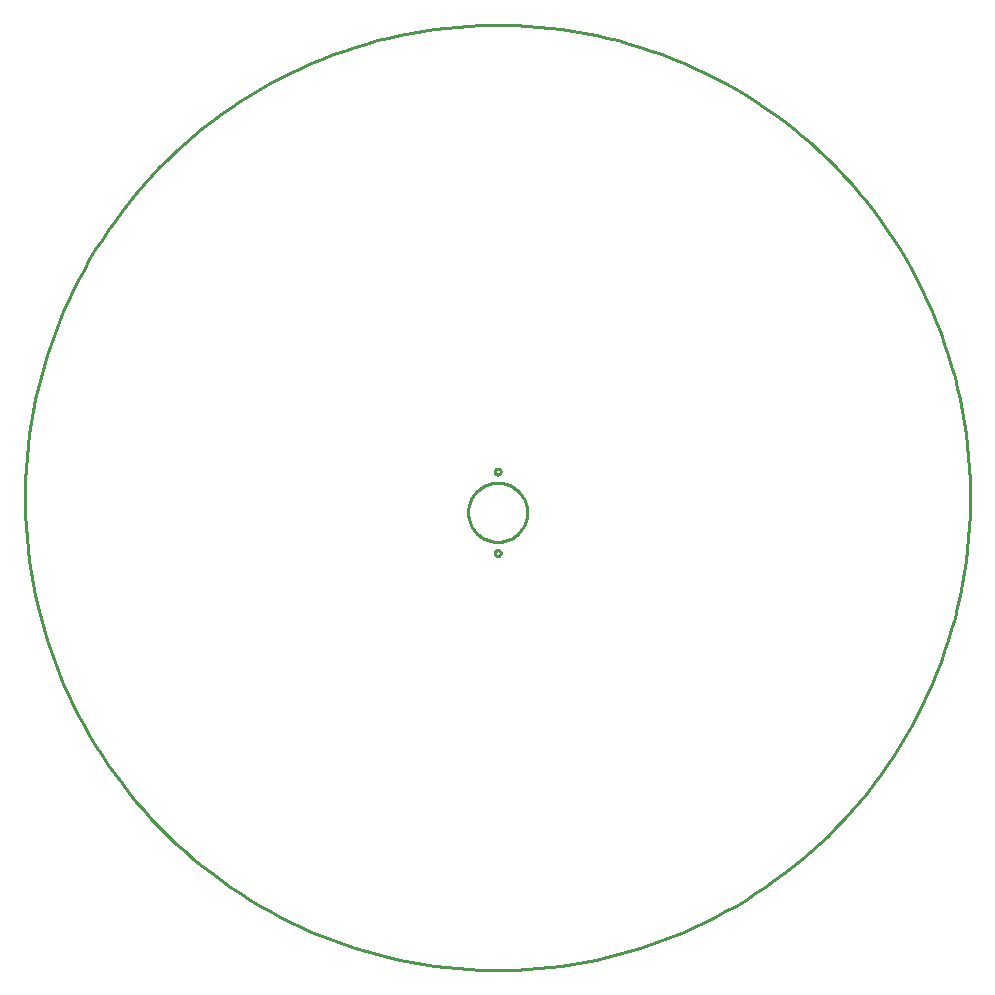
<source format=gbr>
G04 EAGLE Gerber RS-274X export*
G75*
%MOMM*%
%FSLAX34Y34*%
%LPD*%
%IN*%
%IPPOS*%
%AMOC8*
5,1,8,0,0,1.08239X$1,22.5*%
G01*
%ADD10C,0.254000*%


D10*
X400000Y7791D02*
X400000Y17609D01*
X399759Y27424D01*
X399277Y37230D01*
X398555Y47022D01*
X397593Y56792D01*
X396391Y66536D01*
X394950Y76248D01*
X393272Y85921D01*
X391356Y95551D01*
X389205Y105130D01*
X386820Y114654D01*
X384201Y124116D01*
X381351Y133511D01*
X378271Y142834D01*
X374964Y152078D01*
X371430Y161238D01*
X367673Y170309D01*
X363695Y179284D01*
X359497Y188160D01*
X355083Y196929D01*
X350454Y205588D01*
X345615Y214131D01*
X340568Y222552D01*
X335315Y230846D01*
X329861Y239010D01*
X324207Y247037D01*
X318359Y254923D01*
X312318Y262663D01*
X306090Y270252D01*
X299677Y277686D01*
X293084Y284961D01*
X286314Y292072D01*
X279372Y299014D01*
X272261Y305784D01*
X264986Y312377D01*
X257552Y318790D01*
X249963Y325018D01*
X242223Y331059D01*
X234337Y336907D01*
X226310Y342561D01*
X218146Y348015D01*
X209852Y353268D01*
X201431Y358315D01*
X192888Y363154D01*
X184229Y367783D01*
X175460Y372197D01*
X166584Y376395D01*
X157609Y380373D01*
X148538Y384130D01*
X139378Y387664D01*
X130134Y390971D01*
X120811Y394051D01*
X111416Y396901D01*
X101954Y399520D01*
X92430Y401905D01*
X82851Y404056D01*
X73221Y405972D01*
X63548Y407650D01*
X53836Y409091D01*
X44092Y410293D01*
X34322Y411255D01*
X24530Y411977D01*
X14724Y412459D01*
X4909Y412700D01*
X-4909Y412700D01*
X-14724Y412459D01*
X-24530Y411977D01*
X-34322Y411255D01*
X-44092Y410293D01*
X-53836Y409091D01*
X-63548Y407650D01*
X-73221Y405972D01*
X-82851Y404056D01*
X-92430Y401905D01*
X-101954Y399520D01*
X-111416Y396901D01*
X-120811Y394051D01*
X-130134Y390971D01*
X-139378Y387664D01*
X-148538Y384130D01*
X-157609Y380373D01*
X-166584Y376395D01*
X-175460Y372197D01*
X-184229Y367783D01*
X-192888Y363154D01*
X-201431Y358315D01*
X-209852Y353268D01*
X-218146Y348015D01*
X-226310Y342561D01*
X-234337Y336907D01*
X-242223Y331059D01*
X-249963Y325018D01*
X-257552Y318790D01*
X-264986Y312377D01*
X-272261Y305784D01*
X-279372Y299014D01*
X-286314Y292072D01*
X-293084Y284961D01*
X-299677Y277686D01*
X-306090Y270252D01*
X-312318Y262663D01*
X-318359Y254923D01*
X-324207Y247037D01*
X-329861Y239010D01*
X-335315Y230846D01*
X-340568Y222552D01*
X-345615Y214131D01*
X-350454Y205588D01*
X-355083Y196929D01*
X-359497Y188160D01*
X-363695Y179284D01*
X-367673Y170309D01*
X-371430Y161238D01*
X-374964Y152078D01*
X-378271Y142834D01*
X-381351Y133511D01*
X-384201Y124116D01*
X-386820Y114654D01*
X-389205Y105130D01*
X-391356Y95551D01*
X-393272Y85921D01*
X-394950Y76248D01*
X-396391Y66536D01*
X-397593Y56792D01*
X-398555Y47022D01*
X-399277Y37230D01*
X-399759Y27424D01*
X-400000Y17609D01*
X-400000Y7791D01*
X-399759Y-2024D01*
X-399277Y-11830D01*
X-398555Y-21622D01*
X-397593Y-31392D01*
X-396391Y-41136D01*
X-394950Y-50848D01*
X-393272Y-60521D01*
X-391356Y-70151D01*
X-389205Y-79730D01*
X-386820Y-89254D01*
X-384201Y-98716D01*
X-381351Y-108111D01*
X-378271Y-117434D01*
X-374964Y-126678D01*
X-371430Y-135838D01*
X-367673Y-144909D01*
X-363695Y-153884D01*
X-359497Y-162760D01*
X-355083Y-171529D01*
X-350454Y-180188D01*
X-345615Y-188731D01*
X-340568Y-197152D01*
X-335315Y-205446D01*
X-329861Y-213610D01*
X-324207Y-221637D01*
X-318359Y-229523D01*
X-312318Y-237263D01*
X-306090Y-244852D01*
X-299677Y-252286D01*
X-293084Y-259561D01*
X-286314Y-266672D01*
X-279372Y-273614D01*
X-272261Y-280384D01*
X-264986Y-286977D01*
X-257552Y-293390D01*
X-249963Y-299618D01*
X-242223Y-305659D01*
X-234337Y-311507D01*
X-226310Y-317161D01*
X-218146Y-322615D01*
X-209852Y-327868D01*
X-201431Y-332915D01*
X-192888Y-337754D01*
X-184229Y-342383D01*
X-175460Y-346797D01*
X-166584Y-350995D01*
X-157609Y-354973D01*
X-148538Y-358730D01*
X-139378Y-362264D01*
X-130134Y-365571D01*
X-120811Y-368651D01*
X-111416Y-371501D01*
X-101954Y-374120D01*
X-92430Y-376505D01*
X-82851Y-378656D01*
X-73221Y-380572D01*
X-63548Y-382250D01*
X-53836Y-383691D01*
X-44092Y-384893D01*
X-34322Y-385855D01*
X-24530Y-386577D01*
X-14724Y-387059D01*
X-4909Y-387300D01*
X4909Y-387300D01*
X14724Y-387059D01*
X24530Y-386577D01*
X34322Y-385855D01*
X44092Y-384893D01*
X53836Y-383691D01*
X63548Y-382250D01*
X73221Y-380572D01*
X82851Y-378656D01*
X92430Y-376505D01*
X101954Y-374120D01*
X111416Y-371501D01*
X120811Y-368651D01*
X130134Y-365571D01*
X139378Y-362264D01*
X148538Y-358730D01*
X157609Y-354973D01*
X166584Y-350995D01*
X175460Y-346797D01*
X184229Y-342383D01*
X192888Y-337754D01*
X201431Y-332915D01*
X209852Y-327868D01*
X218146Y-322615D01*
X226310Y-317161D01*
X234337Y-311507D01*
X242223Y-305659D01*
X249963Y-299618D01*
X257552Y-293390D01*
X264986Y-286977D01*
X272261Y-280384D01*
X279372Y-273614D01*
X286314Y-266672D01*
X293084Y-259561D01*
X299677Y-252286D01*
X306090Y-244852D01*
X312318Y-237263D01*
X318359Y-229523D01*
X324207Y-221637D01*
X329861Y-213610D01*
X335315Y-205446D01*
X340568Y-197152D01*
X345615Y-188731D01*
X350454Y-180188D01*
X355083Y-171529D01*
X359497Y-162760D01*
X363695Y-153884D01*
X367673Y-144909D01*
X371430Y-135838D01*
X374964Y-126678D01*
X378271Y-117434D01*
X381351Y-108111D01*
X384201Y-98716D01*
X386820Y-89254D01*
X389205Y-79730D01*
X391356Y-70151D01*
X393272Y-60521D01*
X394950Y-50848D01*
X396391Y-41136D01*
X397593Y-31392D01*
X398555Y-21622D01*
X399277Y-11830D01*
X399759Y-2024D01*
X400000Y7791D01*
X25000Y-701D02*
X25000Y701D01*
X24921Y2102D01*
X24764Y3496D01*
X24529Y4879D01*
X24217Y6247D01*
X23829Y7595D01*
X23365Y8919D01*
X22829Y10215D01*
X22220Y11479D01*
X21541Y12707D01*
X20795Y13895D01*
X19983Y15039D01*
X19108Y16136D01*
X18174Y17182D01*
X17182Y18174D01*
X16136Y19108D01*
X15039Y19983D01*
X13895Y20795D01*
X12707Y21541D01*
X11479Y22220D01*
X10215Y22829D01*
X8919Y23365D01*
X7595Y23829D01*
X6247Y24217D01*
X4879Y24529D01*
X3496Y24764D01*
X2102Y24921D01*
X701Y25000D01*
X-701Y25000D01*
X-2102Y24921D01*
X-3496Y24764D01*
X-4879Y24529D01*
X-6247Y24217D01*
X-7595Y23829D01*
X-8919Y23365D01*
X-10215Y22829D01*
X-11479Y22220D01*
X-12707Y21541D01*
X-13895Y20795D01*
X-15039Y19983D01*
X-16136Y19108D01*
X-17182Y18174D01*
X-18174Y17182D01*
X-19108Y16136D01*
X-19983Y15039D01*
X-20795Y13895D01*
X-21541Y12707D01*
X-22220Y11479D01*
X-22829Y10215D01*
X-23365Y8919D01*
X-23829Y7595D01*
X-24217Y6247D01*
X-24529Y4879D01*
X-24764Y3496D01*
X-24921Y2102D01*
X-25000Y701D01*
X-25000Y-701D01*
X-24921Y-2102D01*
X-24764Y-3496D01*
X-24529Y-4879D01*
X-24217Y-6247D01*
X-23829Y-7595D01*
X-23365Y-8919D01*
X-22829Y-10215D01*
X-22220Y-11479D01*
X-21541Y-12707D01*
X-20795Y-13895D01*
X-19983Y-15039D01*
X-19108Y-16136D01*
X-18174Y-17182D01*
X-17182Y-18174D01*
X-16136Y-19108D01*
X-15039Y-19983D01*
X-13895Y-20795D01*
X-12707Y-21541D01*
X-11479Y-22220D01*
X-10215Y-22829D01*
X-8919Y-23365D01*
X-7595Y-23829D01*
X-6247Y-24217D01*
X-4879Y-24529D01*
X-3496Y-24764D01*
X-2102Y-24921D01*
X-701Y-25000D01*
X701Y-25000D01*
X2102Y-24921D01*
X3496Y-24764D01*
X4879Y-24529D01*
X6247Y-24217D01*
X7595Y-23829D01*
X8919Y-23365D01*
X10215Y-22829D01*
X11479Y-22220D01*
X12707Y-21541D01*
X13895Y-20795D01*
X15039Y-19983D01*
X16136Y-19108D01*
X17182Y-18174D01*
X18174Y-17182D01*
X19108Y-16136D01*
X19983Y-15039D01*
X20795Y-13895D01*
X21541Y-12707D01*
X22220Y-11479D01*
X22829Y-10215D01*
X23365Y-8919D01*
X23829Y-7595D01*
X24217Y-6247D01*
X24529Y-4879D01*
X24764Y-3496D01*
X24921Y-2102D01*
X25000Y-701D01*
X2500Y34303D02*
X2500Y34697D01*
X2438Y35085D01*
X2317Y35460D01*
X2138Y35810D01*
X1907Y36129D01*
X1629Y36407D01*
X1310Y36638D01*
X960Y36817D01*
X585Y36938D01*
X197Y37000D01*
X-197Y37000D01*
X-585Y36938D01*
X-960Y36817D01*
X-1310Y36638D01*
X-1629Y36407D01*
X-1907Y36129D01*
X-2138Y35810D01*
X-2317Y35460D01*
X-2438Y35085D01*
X-2500Y34697D01*
X-2500Y34303D01*
X-2438Y33915D01*
X-2317Y33540D01*
X-2138Y33190D01*
X-1907Y32871D01*
X-1629Y32593D01*
X-1310Y32362D01*
X-960Y32183D01*
X-585Y32062D01*
X-197Y32000D01*
X197Y32000D01*
X585Y32062D01*
X960Y32183D01*
X1310Y32362D01*
X1629Y32593D01*
X1907Y32871D01*
X2138Y33190D01*
X2317Y33540D01*
X2438Y33915D01*
X2500Y34303D01*
X2500Y-34697D02*
X2500Y-34303D01*
X2438Y-33915D01*
X2317Y-33540D01*
X2138Y-33190D01*
X1907Y-32871D01*
X1629Y-32593D01*
X1310Y-32362D01*
X960Y-32183D01*
X585Y-32062D01*
X197Y-32000D01*
X-197Y-32000D01*
X-585Y-32062D01*
X-960Y-32183D01*
X-1310Y-32362D01*
X-1629Y-32593D01*
X-1907Y-32871D01*
X-2138Y-33190D01*
X-2317Y-33540D01*
X-2438Y-33915D01*
X-2500Y-34303D01*
X-2500Y-34697D01*
X-2438Y-35085D01*
X-2317Y-35460D01*
X-2138Y-35810D01*
X-1907Y-36129D01*
X-1629Y-36407D01*
X-1310Y-36638D01*
X-960Y-36817D01*
X-585Y-36938D01*
X-197Y-37000D01*
X197Y-37000D01*
X585Y-36938D01*
X960Y-36817D01*
X1310Y-36638D01*
X1629Y-36407D01*
X1907Y-36129D01*
X2138Y-35810D01*
X2317Y-35460D01*
X2438Y-35085D01*
X2500Y-34697D01*
M02*

</source>
